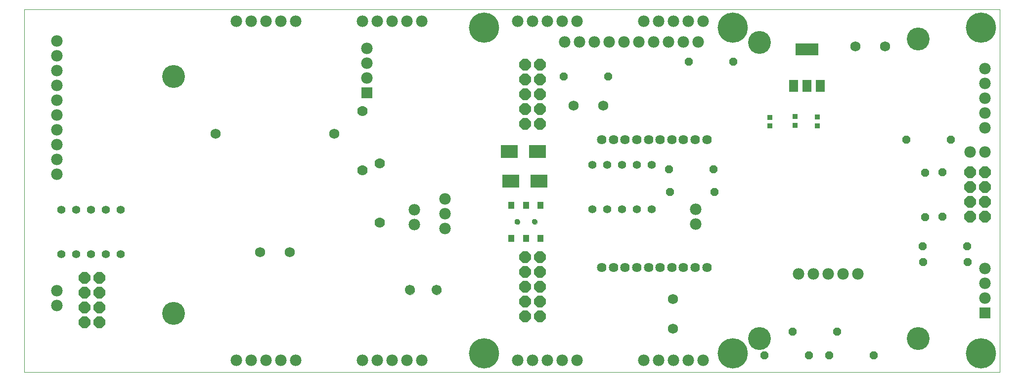
<source format=gbs>
G75*
G70*
%OFA0B0*%
%FSLAX24Y24*%
%IPPOS*%
%LPD*%
%AMOC8*
5,1,8,0,0,1.08239X$1,22.5*
%
%ADD10C,0.0000*%
%ADD11R,0.0630X0.0830*%
%ADD12R,0.1540X0.0830*%
%ADD13R,0.0355X0.0355*%
%ADD14C,0.0670*%
%ADD15R,0.1140X0.0890*%
%ADD16C,0.0690*%
%ADD17OC8,0.0780*%
%ADD18C,0.0780*%
%ADD19OC8,0.0560*%
%ADD20R,0.0780X0.0780*%
%ADD21C,0.0555*%
%ADD22R,0.0434X0.0493*%
%ADD23C,0.0375*%
%ADD24C,0.0640*%
%ADD25C,0.0700*%
%ADD26C,0.0690*%
%ADD27C,0.2040*%
%ADD28C,0.1542*%
D10*
X000103Y000212D02*
X065853Y000212D01*
X065853Y024712D01*
X000103Y024712D01*
X000103Y000212D01*
X025768Y005752D02*
X025770Y005787D01*
X025776Y005822D01*
X025786Y005856D01*
X025799Y005889D01*
X025816Y005920D01*
X025837Y005948D01*
X025860Y005975D01*
X025887Y005998D01*
X025915Y006019D01*
X025946Y006036D01*
X025979Y006049D01*
X026013Y006059D01*
X026048Y006065D01*
X026083Y006067D01*
X026118Y006065D01*
X026153Y006059D01*
X026187Y006049D01*
X026220Y006036D01*
X026251Y006019D01*
X026279Y005998D01*
X026306Y005975D01*
X026329Y005948D01*
X026350Y005920D01*
X026367Y005889D01*
X026380Y005856D01*
X026390Y005822D01*
X026396Y005787D01*
X026398Y005752D01*
X026396Y005717D01*
X026390Y005682D01*
X026380Y005648D01*
X026367Y005615D01*
X026350Y005584D01*
X026329Y005556D01*
X026306Y005529D01*
X026279Y005506D01*
X026251Y005485D01*
X026220Y005468D01*
X026187Y005455D01*
X026153Y005445D01*
X026118Y005439D01*
X026083Y005437D01*
X026048Y005439D01*
X026013Y005445D01*
X025979Y005455D01*
X025946Y005468D01*
X025915Y005485D01*
X025887Y005506D01*
X025860Y005529D01*
X025837Y005556D01*
X025816Y005584D01*
X025799Y005615D01*
X025786Y005648D01*
X025776Y005682D01*
X025770Y005717D01*
X025768Y005752D01*
X027568Y005752D02*
X027570Y005787D01*
X027576Y005822D01*
X027586Y005856D01*
X027599Y005889D01*
X027616Y005920D01*
X027637Y005948D01*
X027660Y005975D01*
X027687Y005998D01*
X027715Y006019D01*
X027746Y006036D01*
X027779Y006049D01*
X027813Y006059D01*
X027848Y006065D01*
X027883Y006067D01*
X027918Y006065D01*
X027953Y006059D01*
X027987Y006049D01*
X028020Y006036D01*
X028051Y006019D01*
X028079Y005998D01*
X028106Y005975D01*
X028129Y005948D01*
X028150Y005920D01*
X028167Y005889D01*
X028180Y005856D01*
X028190Y005822D01*
X028196Y005787D01*
X028198Y005752D01*
X028196Y005717D01*
X028190Y005682D01*
X028180Y005648D01*
X028167Y005615D01*
X028150Y005584D01*
X028129Y005556D01*
X028106Y005529D01*
X028079Y005506D01*
X028051Y005485D01*
X028020Y005468D01*
X027987Y005455D01*
X027953Y005445D01*
X027918Y005439D01*
X027883Y005437D01*
X027848Y005439D01*
X027813Y005445D01*
X027779Y005455D01*
X027746Y005468D01*
X027715Y005485D01*
X027687Y005506D01*
X027660Y005529D01*
X027637Y005556D01*
X027616Y005584D01*
X027599Y005615D01*
X027586Y005648D01*
X027576Y005682D01*
X027570Y005717D01*
X027568Y005752D01*
X033156Y010352D02*
X033158Y010377D01*
X033164Y010402D01*
X033173Y010426D01*
X033186Y010448D01*
X033203Y010468D01*
X033222Y010485D01*
X033243Y010499D01*
X033267Y010509D01*
X033291Y010516D01*
X033317Y010519D01*
X033342Y010518D01*
X033367Y010513D01*
X033391Y010504D01*
X033414Y010492D01*
X033434Y010477D01*
X033452Y010458D01*
X033467Y010437D01*
X033478Y010414D01*
X033486Y010390D01*
X033490Y010365D01*
X033490Y010339D01*
X033486Y010314D01*
X033478Y010290D01*
X033467Y010267D01*
X033452Y010246D01*
X033434Y010227D01*
X033414Y010212D01*
X033391Y010200D01*
X033367Y010191D01*
X033342Y010186D01*
X033317Y010185D01*
X033291Y010188D01*
X033267Y010195D01*
X033243Y010205D01*
X033222Y010219D01*
X033203Y010236D01*
X033186Y010256D01*
X033173Y010278D01*
X033164Y010302D01*
X033158Y010327D01*
X033156Y010352D01*
X034337Y010352D02*
X034339Y010377D01*
X034345Y010402D01*
X034354Y010426D01*
X034367Y010448D01*
X034384Y010468D01*
X034403Y010485D01*
X034424Y010499D01*
X034448Y010509D01*
X034472Y010516D01*
X034498Y010519D01*
X034523Y010518D01*
X034548Y010513D01*
X034572Y010504D01*
X034595Y010492D01*
X034615Y010477D01*
X034633Y010458D01*
X034648Y010437D01*
X034659Y010414D01*
X034667Y010390D01*
X034671Y010365D01*
X034671Y010339D01*
X034667Y010314D01*
X034659Y010290D01*
X034648Y010267D01*
X034633Y010246D01*
X034615Y010227D01*
X034595Y010212D01*
X034572Y010200D01*
X034548Y010191D01*
X034523Y010186D01*
X034498Y010185D01*
X034472Y010188D01*
X034448Y010195D01*
X034424Y010205D01*
X034403Y010219D01*
X034384Y010236D01*
X034367Y010256D01*
X034354Y010278D01*
X034345Y010302D01*
X034339Y010327D01*
X034337Y010352D01*
D11*
X051963Y019532D03*
X052863Y019532D03*
X053763Y019532D03*
D12*
X052873Y022012D03*
D13*
X052073Y017467D03*
X053543Y017437D03*
X053543Y016846D03*
X052073Y016876D03*
X050353Y016816D03*
X050353Y017407D03*
D14*
X027883Y005752D03*
X026083Y005752D03*
D15*
X032893Y013112D03*
X034793Y013112D03*
X034703Y015112D03*
X032803Y015112D03*
D16*
X037123Y018212D03*
X039123Y018212D03*
X056113Y022192D03*
X058113Y022192D03*
X043823Y005132D03*
X043823Y003132D03*
D17*
X034853Y003962D03*
X033853Y003962D03*
X033853Y004962D03*
X034853Y004962D03*
X034853Y005962D03*
X033853Y005962D03*
X033853Y006962D03*
X034853Y006962D03*
X034853Y007962D03*
X033853Y007962D03*
X033853Y016962D03*
X034853Y016962D03*
X034853Y017962D03*
X033853Y017962D03*
X033853Y018962D03*
X034853Y018962D03*
X034853Y019962D03*
X033853Y019962D03*
X033853Y020962D03*
X034853Y020962D03*
X063853Y013712D03*
X064853Y013712D03*
X064853Y012712D03*
X063853Y012712D03*
X063853Y011712D03*
X064853Y011712D03*
X064853Y010712D03*
X063853Y010712D03*
X005163Y006572D03*
X004163Y006572D03*
X004163Y005572D03*
X005163Y005572D03*
X005163Y004572D03*
X004163Y004572D03*
X004163Y003572D03*
X005163Y003572D03*
D18*
X002293Y004692D03*
X002293Y005692D03*
X014393Y001012D03*
X015393Y001012D03*
X016393Y001012D03*
X017393Y001012D03*
X018393Y001012D03*
X022893Y001012D03*
X023893Y001012D03*
X024893Y001012D03*
X025893Y001012D03*
X026893Y001012D03*
X033353Y001012D03*
X034353Y001012D03*
X035353Y001012D03*
X036353Y001012D03*
X037353Y001012D03*
X041853Y001012D03*
X042853Y001012D03*
X043853Y001012D03*
X044853Y001012D03*
X045853Y001012D03*
X052303Y006832D03*
X053303Y006832D03*
X054303Y006832D03*
X055303Y006832D03*
X056303Y006832D03*
X064853Y007212D03*
X064853Y006212D03*
X064853Y005212D03*
X045353Y010212D03*
X045353Y011212D03*
X028443Y010912D03*
X026393Y011152D03*
X028443Y011912D03*
X026393Y010152D03*
X028443Y009912D03*
X002303Y013562D03*
X002303Y014562D03*
X002303Y015562D03*
X002303Y016562D03*
X002303Y017562D03*
X002303Y018562D03*
X002303Y019562D03*
X002303Y020562D03*
X002303Y021562D03*
X002303Y022562D03*
X014393Y023912D03*
X015393Y023912D03*
X016393Y023912D03*
X017393Y023912D03*
X018393Y023912D03*
X022893Y023912D03*
X023893Y023912D03*
X024893Y023912D03*
X025893Y023912D03*
X026893Y023912D03*
X023203Y022082D03*
X023203Y021082D03*
X023203Y020082D03*
X033353Y023912D03*
X034353Y023912D03*
X035353Y023912D03*
X036353Y023912D03*
X037353Y023912D03*
X037513Y022512D03*
X038513Y022512D03*
X039513Y022512D03*
X040513Y022512D03*
X041513Y022512D03*
X042513Y022512D03*
X043513Y022512D03*
X044513Y022512D03*
X045513Y022512D03*
X045853Y023912D03*
X044853Y023912D03*
X043853Y023912D03*
X042853Y023912D03*
X041853Y023912D03*
X036513Y022512D03*
X063863Y015072D03*
X064863Y015072D03*
X064853Y016712D03*
X064853Y017712D03*
X064853Y018712D03*
X064853Y019712D03*
X064853Y020712D03*
D19*
X062543Y015912D03*
X059543Y015912D03*
X062003Y013702D03*
X060833Y013662D03*
X062003Y010702D03*
X060833Y010662D03*
X060653Y008702D03*
X063653Y008702D03*
X063693Y007632D03*
X060693Y007632D03*
X054903Y002942D03*
X051903Y002942D03*
X053003Y001322D03*
X054363Y001322D03*
X057363Y001322D03*
X050003Y001322D03*
X046613Y012372D03*
X043613Y012372D03*
X043573Y013892D03*
X046573Y013892D03*
X039463Y020172D03*
X036463Y020172D03*
X044903Y021172D03*
X047903Y021172D03*
D20*
X023203Y019082D03*
X064853Y004212D03*
D21*
X042393Y011192D03*
X041393Y011192D03*
X040393Y011192D03*
X039393Y011192D03*
X038393Y011192D03*
X038393Y014192D03*
X039393Y014192D03*
X040393Y014192D03*
X041393Y014192D03*
X042393Y014192D03*
X006593Y011162D03*
X005593Y011162D03*
X004593Y011162D03*
X003593Y011162D03*
X002593Y011162D03*
X002593Y008162D03*
X003593Y008162D03*
X004593Y008162D03*
X005593Y008162D03*
X006593Y008162D03*
D22*
X032929Y009239D03*
X033913Y009239D03*
X034897Y009239D03*
X034897Y011464D03*
X033913Y011464D03*
X032929Y011464D03*
D23*
X033323Y010352D03*
X034504Y010352D03*
D24*
X039031Y007251D03*
X039818Y007251D03*
X040605Y007251D03*
X041393Y007251D03*
X042180Y007251D03*
X042968Y007251D03*
X043755Y007251D03*
X044542Y007251D03*
X045330Y007251D03*
X046117Y007251D03*
X046117Y015912D03*
X045330Y015912D03*
X044542Y015912D03*
X043755Y015912D03*
X042968Y015912D03*
X042180Y015912D03*
X041393Y015912D03*
X040605Y015912D03*
X039818Y015912D03*
X039031Y015912D03*
D25*
X024063Y014302D03*
X022903Y013832D03*
X024063Y010302D03*
X022903Y017832D03*
D26*
X020983Y016292D03*
X012983Y016292D03*
X015983Y008292D03*
X017983Y008292D03*
D27*
X031103Y001462D03*
X047853Y001462D03*
X064603Y001462D03*
X064603Y023462D03*
X047853Y023462D03*
X031103Y023462D03*
D28*
X049653Y022462D03*
X060353Y022712D03*
X010143Y020152D03*
X010143Y004152D03*
X049653Y002462D03*
X060353Y002462D03*
M02*

</source>
